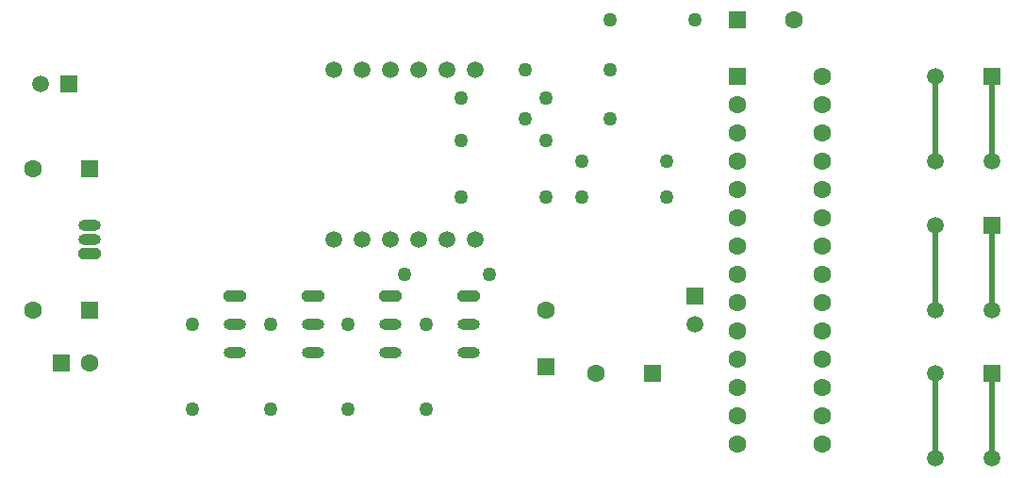
<source format=gbr>
G04 DipTrace 3.3.1.3*
G04 Top.gbr*
%MOIN*%
G04 #@! TF.FileFunction,Copper,L1,Top*
G04 #@! TF.Part,Single*
%AMOUTLINE6*
4,1,8,
0.029528,-0.019685,
0.03937,-0.009843,
0.03937,0.009843,
0.029528,0.019685,
-0.029528,0.019685,
-0.03937,0.009843,
-0.03937,-0.009843,
-0.029528,-0.019685,
0.029528,-0.019685,
0*%
%AMOUTLINE9*
4,1,8,
-0.029528,0.019685,
-0.03937,0.009843,
-0.03937,-0.009843,
-0.029528,-0.019685,
0.029528,-0.019685,
0.03937,-0.009843,
0.03937,0.009843,
0.029528,0.019685,
-0.029528,0.019685,
0*%
G04 #@! TA.AperFunction,Conductor*
%ADD13C,0.019685*%
G04 #@! TA.AperFunction,ComponentPad*
%ADD17C,0.062992*%
%ADD18R,0.062992X0.062992*%
%ADD19R,0.059055X0.059055*%
%ADD20C,0.059055*%
%ADD21O,0.07874X0.03937*%
%ADD22C,0.05*%
%ADD23C,0.05*%
%ADD54OUTLINE6*%
%ADD57OUTLINE9*%
%FSLAX26Y26*%
G04*
G70*
G90*
G75*
G01*
G04 Top*
%LPD*%
X3943701Y581201D2*
D13*
Y881201D1*
Y1106201D2*
Y1406201D1*
Y1631201D2*
Y1931201D1*
X3743701Y881201D2*
Y581201D1*
Y1406201D2*
Y1106201D1*
Y1631201D2*
Y1931201D1*
D17*
X2368701Y1106201D3*
D18*
Y906201D3*
D17*
X2543701Y881201D3*
D18*
X2743701D3*
D17*
X556201Y1606201D3*
D18*
X756201D3*
D17*
X556201Y1106201D3*
D18*
X756201D3*
X656201Y918701D3*
D17*
X756201D3*
X3243701Y2131201D3*
D18*
X3043701D3*
D19*
X681201Y1906201D3*
D20*
X581201D3*
X1618701Y1356201D3*
X1718701D3*
X1818701D3*
X1918701D3*
X2018701D3*
X1618701Y1956201D3*
X1718701D3*
X1818701D3*
X1918701D3*
X2018701D3*
X2118701Y1356201D3*
Y1956201D3*
D54*
X1818701Y1156201D3*
D21*
Y1056201D3*
Y956201D3*
D54*
X1543701Y1156201D3*
D21*
Y1056201D3*
Y956201D3*
D54*
X1268701Y1156201D3*
D21*
Y1056201D3*
Y956201D3*
D54*
X2093701Y1156201D3*
D21*
Y1056201D3*
Y956201D3*
D19*
X2893701Y1156201D3*
D20*
Y1056201D3*
D22*
X2293701Y1781201D3*
D23*
X2593701D3*
D22*
X2293701Y1956201D3*
D23*
X2593701D3*
D22*
X2493701Y1631201D3*
D23*
X2793701D3*
D22*
X2493701Y1506201D3*
D23*
X2793701D3*
D22*
X2068701Y1706201D3*
D23*
X2368701D3*
D22*
X2068701Y1856201D3*
D23*
X2368701D3*
D22*
X2068701Y1506201D3*
D23*
X2368701D3*
D22*
X1868701Y1231201D3*
D23*
X2168701D3*
D22*
X1668701Y756201D3*
D23*
Y1056201D3*
D22*
X1393701Y756201D3*
D23*
Y1056201D3*
D22*
X1118701Y756201D3*
D23*
Y1056201D3*
D22*
X1943701Y756201D3*
D23*
Y1056201D3*
D22*
X2893701Y2131201D3*
D23*
X2593701D3*
D19*
X3943701Y881201D3*
D20*
X3743701D3*
Y581201D3*
X3943701D3*
D19*
Y1406201D3*
D20*
X3743701D3*
Y1106201D3*
X3943701D3*
D19*
Y1931201D3*
D20*
X3743701D3*
Y1631201D3*
X3943701D3*
D18*
X3043701Y1931201D3*
D17*
Y1831201D3*
Y1731201D3*
Y1631201D3*
Y1531201D3*
Y1431201D3*
Y1331201D3*
Y1231201D3*
Y1131201D3*
Y1031201D3*
Y931201D3*
Y831201D3*
Y731201D3*
Y631201D3*
X3343701D3*
Y731201D3*
Y831201D3*
Y931201D3*
Y1031201D3*
Y1131201D3*
Y1231201D3*
Y1331201D3*
Y1431201D3*
Y1531201D3*
Y1631201D3*
Y1731201D3*
Y1831201D3*
Y1931201D3*
D57*
X756201Y1306201D3*
D21*
Y1356201D3*
Y1406201D3*
M02*

</source>
